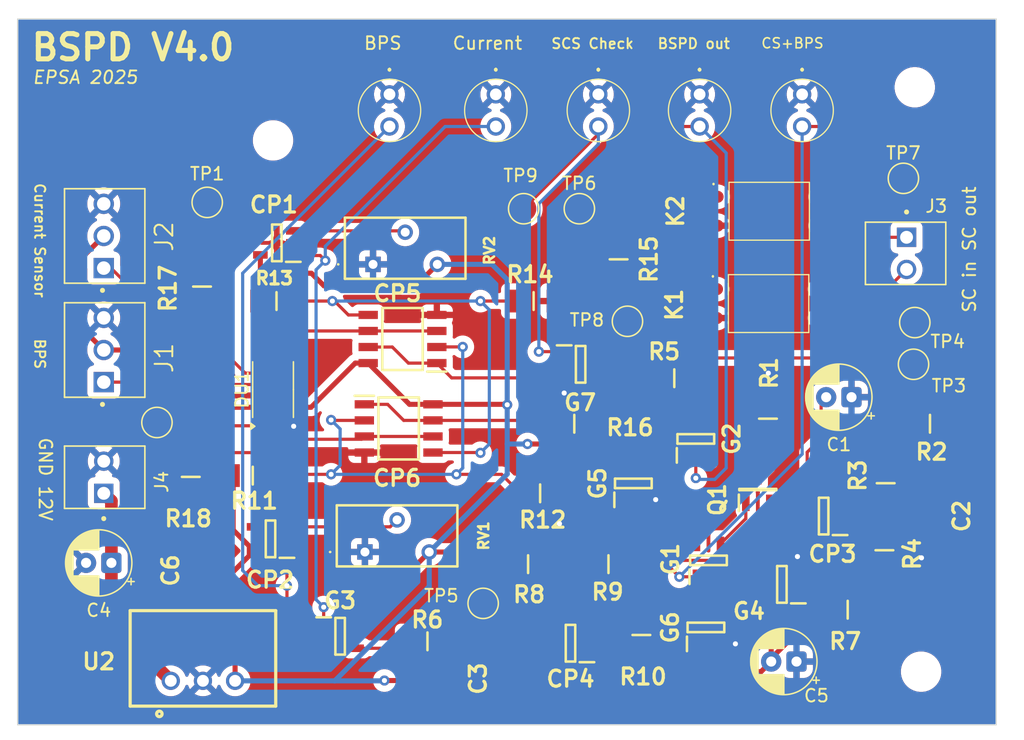
<source format=kicad_pcb>
(kicad_pcb (version 20241229) (generator "pcbnew") (generator_version "9.0")
  (layers (0 "F.Cu" signal) (2 "B.Cu" signal) (13 "F.Paste" user) (15 "B.Paste" user) (5 "F.SilkS" user "F.Silkscreen") (7 "B.SilkS" user "B.Silkscreen") (1 "F.Mask" user) (3 "B.Mask" user) (25 "Edge.Cuts" user))
  (net 0 "")
  (net 1 "Net-(CP3-IN+)")
  (net 2 "GND")
  (net 3 "4.25V")
  (net 4 "Net-(CP4-IN+)")
  (net 5 "+12V")
  (net 6 "+5V")
  (net 7 "Net-(Q1-Pad3)")
  (net 8 "Net-(K2-+_CONTROL)")
  (net 9 "Current Sensor")
  (net 10 "Net-(K1-+_CONTROL)")
  (net 11 "BPS signal")
  (net 12 "SCS relay")
  (net 13 "SC out")
  (net 14 "SC in")
  (net 15 "Net-(G4-Pad4)")
  (net 16 "SCS Check")
  (net 17 "Net-(G3-Pad4)")
  (net 18 "Raw BPS Signal")
  (net 19 "Raw Current Sensor")
  (net 20 "Net-(G1-Pad4)")
  (net 21 "Intput w{slash} 50msdelay")
  (net 22 "Net-(G2-Pad4)")
  (net 23 "BSPD out")
  (net 24 "0.75V")
  (net 25 "Net-(CP4-IN-)")
  (net 26 "Net-(G7-Pad4)")
  (net 27 "Net-(CP4-OUT)")
  (net 28 "Net-(CP3-OUT)")
  (net 29 "Net-(CP2-IN-)")
  (net 30 "Net-(CP2-OUT)")
  (net 31 "Net-(CP1-IN-)")
  (net 32 "Net-(CP1-OUT)")
  (net 33 "Net-(CP3-IN-)")
  (footprint "EPSA_lib:RESC3216X70N" (layer "F.Cu") (at 213.771092 79.2 -90)
    (property "Reference" "R10")
    (property "Value" "47k" (hide yes))
  )
  (footprint "EPSA_lib:CAPC2012X130N" (layer "F.Cu") (at 236.871092 69.7 90)
    (property "Reference" "C2")
    (property "Value" "10n" (hide yes))
  )
  (footprint "TestPoint:TestPoint_Pad_D2.0mm" (layer "F.Cu") (at 175.5 62.4 90)
    (property "Reference" "TP2" (hide yes))
    (property "Value" "type=\"R\" model=\"TestPoint\" lib=\"\"" (hide yes))
  )
  (footprint "EPSA_lib:MOLEX_22-11-2022" (layer "F.Cu") (at 234.721092 47.76 -90)
    (property "Reference" "J3")
    (property "Value" "2P Droit 2-11-2022" (hide yes))
  )
  (footprint "EPSA_lib:RESC3216X70N" (layer "F.Cu") (at 184.945092 52.8)
    (property "Reference" "R13")
    (property "Value" "12K" (hide yes))
  )
  (footprint "EPSA_lib:RESC3216X70N" (layer "F.Cu") (at 196.871092 79.7)
    (property "Reference" "R6")
    (property "Value" "1M" (hide yes))
  )
  (footprint "EPSA_lib:TSR-0.5-2433" (layer "F.Cu") (at 173.382592 84.824)
    (property "Reference" "U2")
    (property "Value" "Alim LP TSR_0.5-2450" (hide yes))
  )
  (footprint "TestPoint:TestPoint_Pad_D2.0mm" (layer "F.Cu") (at 204.471092 45.5)
    (property "Reference" "TP9")
    (property "Value" "type=\"R\" model=\"TestPoint\" lib=\"\"" (hide yes))
  )
  (footprint "EPSA_lib:RESC3216X70N" (layer "F.Cu") (at 236.571092 62.5)
    (property "Reference" "R2")
    (property "Value" "1M" (hide yes))
  )
  (footprint "EPSA_lib:SOIC127P600X175-8N" (layer "F.Cu") (at 194.9 55.8 180)
    (property "Reference" "CP5")
    (property "Value" "Comparateur Double LM393LVDR" (hide yes))
  )
  (footprint "EPSA_lib:SOT95P280X145-5N" (layer "F.Cu") (at 219.071092 73.3 90)
    (property "Reference" "G1")
    (property "Value" "Gate NAND SN74AHCT1G00DBVR" (hide yes))
  )
  (footprint "EPSA_lib:RESC3216X70N" (layer "F.Cu") (at 232.971092 72.5 90)
    (property "Reference" "R4")
    (property "Value" "56k" (hide yes))
  )
  (footprint "EPSA_lib:CAPC2012X130N" (layer "F.Cu") (at 203.271092 79.95 -90)
    (property "Reference" "C3")
    (property "Value" "1u" (hide yes))
  )
  (footprint "TestPoint:TestPoint_Pad_D2.0mm" (layer "F.Cu") (at 235.271092 57.8 180)
    (property "Reference" "TP3")
    (property "Value" "type=\"R\" model=\"TestPoint\" lib=\"\"" (hide yes))
  )
  (footprint "EPSA_lib:RESC3216X70N" (layer "F.Cu") (at 179.061092 51.655 90)
    (property "Reference" "R17")
    (property "Value" "470k" (hide yes))
  )
  (footprint "EPSA_lib:RESC3216X70N" (layer "F.Cu") (at 211.971092 49.5 90)
    (property "Reference" "R15")
    (property "Value" "470" (hide yes))
  )
  (footprint "EPSA_lib:RESC3216X70N" (layer "F.Cu") (at 183.071092 66.6)
    (property "Reference" "R11")
    (property "Value" "82K" (hide yes))
  )
  (footprint "TestPoint:TestPoint_Pad_D2.0mm" (layer "F.Cu") (at 212.671092 54.4)
    (property "Reference" "TP8")
    (property "Value" "type=\"R\" model=\"TestPoint\" lib=\"\"" (hide yes))
  )
  (footprint "EPSA_lib:SOT95P237X112-3N" (layer "F.Cu") (at 222.971092 67.7 90)
    (property "Reference" "Q1")
    (property "Value" "PMOS SI2343CDS-T1-GE3" (hide yes))
  )
  (footprint "EPSA_lib:CAPC2012X130N" (layer "F.Cu") (at 178.571092 74.1 -90)
    (property "Reference" "C6")
    (property "Value" "0.1u" (hide yes))
  )
  (footprint "TestPoint:TestPoint_Pad_D2.0mm" (layer "F.Cu") (at 179.471092 45)
    (property "Reference" "TP1")
    (property "Value" "type=\"R\" model=\"TestPoint\" lib=\"\"" (hide yes))
  )
  (footprint "EPSA_lib:SOT95P280X145-5N" (layer "F.Cu") (at 228.171092 69.8 180)
    (property "Reference" "CP3")
    (property "Value" "Comparateur TS391ILT" (hide yes))
  )
  (footprint "EPSA_lib:SOIC127P600X175-8N" (layer "F.Cu") (at 194.595092 62.87)
    (property "Reference" "CP6")
    (property "Value" "Comparateur Double LM393LVDR" (hide yes))
  )
  (footprint "TestPoint:TestPoint_Pad_D2.0mm" (layer "F.Cu") (at 201.271092 76.7)
    (property "Reference" "TP5")
    (property "Value" "type=\"R\" model=\"TestPoint\" lib=\"\"" (hide yes))
  )
  (footprint "EPSA_lib:4302H55V" (layer "F.Cu") (at 226.471092 36.46 -90)
    (property "Reference" "LED1" (hide yes))
    (property "Value" "LED 5mm" (hide yes))
  )
  (footprint "Capacitor_THT:CP_Radial_D5.0mm_P2.00mm" (layer "F.Cu") (at 230.371092 60.4 180)
    (property "Reference" "C1")
    (property "Value" "10u" (hide yes))
  )
  (footprint "EPSA_lib:3296Y1223LF" (layer "F.Cu") (at 191.931092 72.64 -90)
    (property "Reference" "RV1")
    (property "Value" "Varystor 3296Y-1-223LF" (hide yes))
  )
  (footprint "EPSA_lib:RESC3216X70N" (layer "F.Cu") (at 216.371092 58.9 180)
    (property "Reference" "R5")
    (property "Value" "470" (hide yes))
  )
  (footprint "EPSA_lib:SOT95P280X145-5N" (layer "F.Cu") (at 208.971092 57.8)
    (property "Reference" "G7")
    (property "Value" "Gate NAND SN74AHCT1G00DBVR" (hide yes))
  )
  (footprint "EPSA_lib:RESC3216X70N" (layer "F.Cu") (at 204.821092 73.6 180)
    (property "Reference" "R8")
    (property "Value" "10k" (hide yes))
  )
  (footprint "MountingHole:MountingHole_2.7mm_M2.5" (layer "F.Cu") (at 235.871092 82.1)
    (property "Reference" "H2" (hide yes))
    (property "Value" "MountingHole" (hide yes))
  )
  (footprint "EPSA_lib:RESC3216X70N" (layer "F.Cu") (at 208.471092 62.5 180)
    (property "Reference" "R16")
    (property "Value" "47k" (hide yes))
  )
  (footprint "EPSA_lib:SOT95P280X145-5N" (layer "F.Cu") (at 189.971092 79.3)
    (property "Reference" "G3")
    (property "Value" "Gate AND SN74AHCT1G08DBVR" (hide yes))
  )
  (footprint "EPSA_lib:SOT95P280X145-5N" (layer "F.Cu") (at 208.171092 79.85 180)
    (property "Reference" "CP4")
    (property "Value" "Comparateur TS391ILT" (hide yes))
  )
  (footprint "EPSA_lib:SOT95P280X145-5N" (layer "F.Cu") (at 218.071092 63.7 90)
    (property "Reference" "G2")
    (property "Value" "Gate NAND SN74AHCT1G00DBVR" (hide yes))
  )
  (footprint "EPSA_lib:RESC3216X70N" (layer "F.Cu") (at 223.771092 62.1 -90)
    (property "Reference" "R1")
    (property "Value" "200" (hide yes))
  )
  (footprint "EPSA_lib:CPC1394GR" (layer "F.Cu") (at 223.871092 45.7 -90)
    (property "Reference" "K2")
    (property "Value" "SSR CPC1394GR" (hide yes))
  )
  (footprint "EPSA_lib:4302H55V" (layer "F.Cu") (at 202.271092 36.46 -90)
    (property "Reference" "LED5" (hide yes))
    (property "Value" "LED 5mm" (hide yes))
  )
  (footprint "EPSA_lib:SOT95P280X145-5N" (layer "F.Cu") (at 184.471092 71.6 180)
    (property "Reference" "CP2")
    (property "Value" "Comparateur TS391ILT" (hide yes))
  )
  (footprint "EPSA_lib:MOLEX_22-11-2032" (layer "F.Cu") (at 171.296092 59.21 90)
    (property "Reference" "J1")
    (property "Value" "3P Droit 22-11-2032" (hide yes))
  )
  (footprint "EPSA_lib:CPC1394GR" (layer "F.Cu") (at 223.821092 53 -90)
    (property "Reference" "K1")
    (property "Value" "SSR CPC1394GR" (hide yes))
  )
  (footprint "EPSA_lib:RESC3216X70N" (layer "F.Cu") (at 230.071092 77.2 180)
    (property "Reference" "R7")
    (property "Value" "10k" (hide yes))
  )
  (footprint "TestPoint:TestPoint_Pad_D2.0mm" (layer "F.Cu") (at 235.371092 54.5)
    (property "Reference" "TP4")
    (property "Value" "type=\"R\" model=\"TestPoint\" lib=\"\"" (hide yes))
  )
  (footprint "EPSA_lib:4302H55V" (layer "F.Cu") (at 193.871092 36.46 -90)
    (property "Reference" "LED3" (hide yes))
    (property "Value" "LED 5mm" (hide yes))
  )
  (footprint "EPSA_lib:MOLEX_22-11-2032" (layer "F.Cu") (at 171.296092 50.195 90)
    (property "Reference" "J2")
    (property "Value" "3P Droit 22-11-2032" (hide yes))
  )
  (footprint "EPSA_lib:RESC3216X70N" (layer "F.Cu") (at 211.171092 73.6 180)
    (property "Reference" "R9")
    (property "Value" "47k" (hide yes))
  )
  (footprint "EPSA_lib:SOT95P280X145-5N" (layer "F.Cu") (at 224.871092 75.2 180)
    (property "Reference" "G4")
    (property "Value" "Gate NAND SN74AHCT1G00DBVR" (hide yes))
  )
  (footprint "EPSA_lib:RESC3216X70N" (layer "F.Cu") (at 205.258092 52.8)
    (property "Reference" "R14")
    (property "Value" "82K" (hide yes))
  )
  (footprint "Capacitor_THT:CP_Radial_D5.0mm_P2.00mm" (layer "F.Cu") (at 171.9 73.5 180)
    (property "Reference" "C4")
    (property "Value" "10u" (hide yes))
  )
  (footprint "Package_SO:TSSOP-8_4.4x3mm_P0.65mm" (layer "F.Cu") (at 184.671092 59.8 90)
    (property "Reference" "DU1")
    (property "Value" "Opamp_Dual")
  )
  (footprint "TestPoint:TestPoint_Pad_D2.0mm" (layer "F.Cu") (at 234.471092 43.1)
    (property "Reference" "TP7")
    (property "Value" "type=\"R\" model=\"TestPoint\" lib=\"\"" (hide yes))
  )
  (footprint "EPSA_lib:4302H55V" (layer "F.Cu") (at 218.371092 36.46 -90)
    (property "Reference" "LED2" (hide yes))
    (property "Value" "LED 5mm" (hide yes))
  )
  (footprint "EPSA_lib:RESC3216X70N" (layer "F.Cu") (at 178.171092 66.7 -90)
    (property "Reference" "R18")
    (property "Value" "470k" (hide yes))
  )
  (footprint "TestPoint:TestPoint_Pad_D2.0mm" (layer "F.Cu") (at 208.871092 45.5)
    (property "Reference" "TP6")
    (property "Value" "type=\"R\" model=\"TestPoint\" lib=\"\"" (hide yes))
  )
  (footprint "MountingHole:MountingHole_2.7mm_M2.5" (layer "F.Cu") (at 184.671092 40.1)
    (property "Reference" "H3" (hide yes))
    (property "Value" "MountingHole" (hide yes))
  )
  (footprint "Capacitor_THT:CP_Radial_D5.0mm_P2.00mm" (layer "F.Cu") (at 226.026205 81.3 180)
    (property "Reference" "C5")
    (property "Value" "10u" (hide yes))
  )
  (footprint "EPSA_lib:SOT95P280X145-5N" (layer "F.Cu") (at 213.13593 67.21407 90)
    (property "Reference" "G5")
    (property "Value" "Gate OR SN74AHCT1G32DBVR" (hide yes))
  )
  (footprint "EPSA_lib:RESC3216X70N" (layer "F.Cu") (at 205.771092 68)
    (property "Reference" "R12")
    (property "Value" "12K" (hide yes))
  )
  (footprint "EPSA_lib:3296Y1223LF" (layer "F.Cu") (at 192.571092 49.9 -90)
    (property "Reference" "RV2")
    (property "Value" "Varystor 3296Y-1-223LF" (hide yes))
  )
  (footprint "MountingHole:MountingHole_2.7mm_M2.5" (layer "F.Cu") (at 235.371092 35.9)
    (property "Reference" "H1" (hide yes))
    (property "Value" "MountingHole" (hide yes))
  )
  (footprint "EPSA_lib:RESC3216X70N" (layer "F.Cu") (at 233.071092 67.2 90)
    (property "Reference" "R3")
    (property "Value" "10k" (hide yes))
  )
  (footprint "EPSA_lib:SOT95P280X145-5N" (layer "F.Cu") (at 218.871092 78.6 90)
    (property "Reference" "G6")
    (property "Value" "Gate AND SN74AHCT1G08DBVR" (hide yes))
  )
  (footprint "EPSA_lib:4302H55V" (layer "F.Cu") (at 210.371092 36.46 -90)
    (property "Reference" "LED4" (hide yes))
    (property "Value" "LED 5mm" (hide yes))
  )
  (footprint "EPSA_lib:SOT95P280X145-5N" (layer "F.Cu") (at 184.971092 48.2 180)
    (property "Reference" "CP1")
    (property "Value" "Comparateur TS391ILT" (hide yes))
  )
  (footprint "EPSA_lib:MOLEX_22-11-2022" (layer "F.Cu") (at 171.296092 68 90)
    (property "Reference" "J4")
    (property "Value" "2P Droit 2-11-2022" (hide yes))
  )
  (gr_rect (start 164.5 30.5) (end 241.8 86.3) (stroke (width 0.1)) (fill no) (layer "Edge.Cuts"))
  (gr_text "Current Sensor" (at 165.771092 43.4 270) (layer "F.SilkS") (effects (font (size 0.8 0.8)) (justify left bottom)))
  (gr_text "BSPD V4.0\n" (at 165.39 33.92 0) (layer "F.SilkS") (effects (font (size 2 2) (thickness 0.4) (bold yes)) (justify left bottom)))
  (gr_text "SC in SC out\n" (at 240.271092 53.8 90) (layer "F.SilkS") (effects (font (size 1 1)) (justify left bottom)))
  (gr_text "EPSA 2025" (at 165.6 35.7 0) (layer "F.SilkS") (effects (font (size 1 1) (thickness 0.15) (italic yes)) (justify left bottom)))
  (gr_text "BSPD out" (at 214.971092 32.917 0) (layer "F.SilkS") (effects (font (size 0.8 0.8)) (justify left bottom)))
  (gr_text "BPS" (at 165.771092 55.7 270) (layer "F.SilkS") (effects (font (size 0.8 0.8)) (justify left bottom)))
  (gr_text "BPS\n" (at 191.771092 33 0) (layer "F.SilkS") (effects (font (size 1 1)) (justify left bottom)))
  (gr_text "Current\n" (at 198.771092 33 0) (layer "F.SilkS") (effects (font (size 1 1)) (justify left bottom)))
  (gr_text "GND 12V\n" (at 166.1 63.5 270) (layer "F.SilkS") (effects (font (size 1 1)) (justify left bottom)))
  (gr_text "SCS Check" (at 206.571092 32.917 0) (layer "F.SilkS") (effects (font (size 0.8 0.8)) (justify left bottom)))
  (gr_text "CS+BPS" (at 223.171092 32.885875 0) (layer "F.SilkS") (effects (font (size 0.8 0.8) (thickness 0.125)) (justify left bottom)))
  (segment (start 228.071092 60.4) (end 228.371092 60.4) (width 0.25) (layer "F.Cu") (net 1))
  (segment (start 224.021092 68.85) (end 223.921092 68.75) (width 0.25) (layer "F.Cu") (net 1))
  (segment (start 226.871092 68.85) (end 226.871092 64.75) (width 0.25) (layer "F.Cu") (net 1))
  (segment (start 235.271092 57.8) (end 235.021092 58.05) (width 0.25) (layer "F.Cu") (net 1))
  (segment (start 226.871092 64.75) (end 227.971092 63.65) (width 0.25) (layer "F.Cu") (net 1))
  (segment (start 227.971092 60.5) (end 228.071092 60.4) (width 0.25) (layer "F.Cu") (net 1))
  (segment (start 227.971092 62.5) (end 227.971092 60.5) (width 0.25) (layer "F.Cu") (net 1))
  (segment (start 235.021092 58.05) (end 235.021092 62.5) (width 0.25) (layer "F.Cu") (net 1))
  (segment (start 235.021092 62.5) (end 227.971092 62.5) (width 0.25) (layer "F.Cu") (net 1))
  (segment (start 226.871092 68.85) (end 224.021092 68.85) (width 0.25) (layer "F.Cu") (net 1))
  (segment (start 227.971092 63.65) (end 227.971092 62.5) (width 0.25) (layer "F.Cu") (net 1))
  (segment (start 207.321092 68) (end 207.321092 70.378908) (width 0.25) (layer "F.Cu") (net 2))
  (segment (start 223.771092 58.528908) (end 223.8 58.5) (width 0.25) (layer "F.Cu") (net 2))
  (segment (start 207.7 60.1) (end 207.671092 60.071092) (width 0.25) (layer "F.Cu") (net 2))
  (segment (start 226.171092 73.071092) (end 226.1 73) (width 0.25) (layer "F.Cu") (net 2))
  (segment (start 233.341092 74.05) (end 235.095546 72.295546) (width 0.25) (layer "F.Cu") (net 2))
  (segment (start 185.646092 62.6625) (end 186.2625 62.6625) (width 0.25) (layer "F.Cu") (net 2))
  (segment (start 186.2625 62.6625) (end 186.3 62.7) (width 0.25) (layer "F.Cu") (net 2))
  (segment (start 207.671092 58.75) (end 207.671092 60.071092) (width 0.25) (layer "F.Cu") (net 2))
  (segment (start 214.08593 68.51407) (end 214.88593 68.51407) (width 0.25) (layer "F.Cu") (net 2))
  (segment (start 219.021092 65) (end 219.321092 65) (width 0.25) (layer "F.Cu") (net 2))
  (segment (start 214.88593 68.51407) (end 214.9 68.5) (width 0.25) (layer "F.Cu") (net 2))
  (segment (start 223.771092 60.55) (end 223.771092 58.528908) (width 0.25) (layer "F.Cu") (net 2))
  (segment (start 232.971092 74.05) (end 233.341092 74.05) (width 0.25) (layer "F.Cu") (net 2))
  (segment (start 226.171092 74.25) (end 226.171092 73.071092) (width 0.25) (layer "F.Cu") (net 2))
  (segment (start 235.095546 72.295546) (end 236.871092 70.52) (width 0.25) (layer "F.Cu") (net 2))
  (segment (start 207.321092 70.378908) (end 207.3 70.4) (width 0.25) (layer "F.Cu") (net 2))
  (segment (start 235.095546 72.295546) (end 235.9 73.1) (width 0.25) (layer "F.Cu") (net 2))
  (segment (start 219.821092 79.9) (end 221.2 79.9) (width 0.25) (layer "F.Cu") (net 2))
  (via (at 221.2 79.9) (size 0.8) (drill 0.4) (layers "F.Cu" "B.Cu") (net 2))
  (via (at 235.9 73.1) (size 0.8) (drill 0.4) (layers "F.Cu" "B.Cu") (net 2))
  (via (at 186.3 62.7) (size 0.8) (drill 0.4) (layers "F.Cu" "B.Cu") (net 2))
  (via (at 214.9 68.5) (size 0.8) (drill 0.4) (layers "F.Cu" "B.Cu") (net 2))
  (via (at 207.671092 60.071092) (size 0.8) (drill 0.4) (layers "F.Cu" "B.Cu") (net 2))
  (via (at 226.1 73) (size 0.8) (drill 0.4) (layers "F.Cu" "B.Cu") (net 2))
  (via (at 207.3 70.4) (size 0.8) (drill 0.4) (layers "F.Cu" "B.Cu") (net 2))
  (via (at 223.8 58.5) (size 0.8) (drill 0.4) (layers "F.Cu" "B.Cu") (net 2))
  (segment (start 197.306092 64.775) (end 201.033092 64.775) (width 0.25) (layer "F.Cu") (net 3))
  (segment (start 201.058092 52.8) (end 203.708092 52.8) (width 0.25) (layer "F.Cu") (net 3))
  (segment (start 190.624093 53.9) (end 189.524093 52.8) (width 0.25) (layer "F.Cu") (net 3))
  (segment (start 192.189 53.895) (end 192.184 53.9) (width 0.25) (layer "F.Cu") (net 3))
  (segment (start 201.033092 64.775) (end 201.058092 64.8) (width 0.25) (layer "F.Cu") (net 3))
  (segment (start 189.524093 52.8) (end 189.358092 52.8) (width 0.25) (layer "F.Cu") (net 3))
  (segment (start 192.184 53.9) (end 190.624093 53.9) (width 0.25) (layer "F.Cu") (net 3))
  (segment (start 186.495092 52.8) (end 189.358092 52.8) (width 0.25) (layer "F.Cu") (net 3))
  (via (at 201.058092 64.8) (size 0.8) (drill 0.4) (layers "F.Cu" "B.Cu") (net 3))
  (via (at 189.358092 52.8) (size 0.8) (drill 0.4) (layers "F.Cu" "B.Cu") (net 3))
  (via (at 201.058092 52.8) (size 0.8) (drill 0.4) (layers "F.Cu" "B.Cu") (net 3))
  (segment (start 201.758092 64.1) (end 201.058092 64.8) (width 0.25) (layer "B.Cu") (net 3))
  (segment (start 201.058092 52.8) (end 201.758092 53.5) (width 0.25) (layer "B.Cu") (net 3))
  (segment (start 189.358092 52.8) (end 201.058092 52.8) (width 0.25) (layer "B.Cu") (net 3))
  (segment (start 201.758092 53.5) (end 201.758092 64.1) (width 0.25) (layer "B.Cu") (net 3))
  (segment (start 203.271092 79.13) (end 206.641092 79.13) (width 0.25) (layer "F.Cu") (net 4))
  (segment (start 206.641092 79.13) (end 206.871092 78.9) (width 0.25) (layer "F.Cu") (net 4))
  (segment (start 203.271092 78.7) (end 203.271092 79.13) (width 0.25) (layer "F.Cu") (net 4))
  (segment (start 198.421092 79.7) (end 202.701092 79.7) (width 0.25) (layer "F.Cu") (net 4))
  (segment (start 201.271092 76.7) (end 203.271092 78.7) (width 0.25) (layer "F.Cu") (net 4))
  (segment (start 202.701092 79.7) (end 203.271092 79.13) (width 0.25) (layer "F.Cu") (net 4))
  (segment (start 171.9 78.131408) (end 176.592592 82.824) (width 1) (layer "F.Cu") (net 5))
  (segment (start 171.9 73.5) (end 171.9 68.603908) (width 1) (layer "F.Cu") (net 5))
  (segment (start 171.9 73.5) (end 171.9 78.131408) (width 1) (layer "F.Cu") (net 5))
  (segment (start 171.9 68.603908) (end 171.296092 68) (width 1) (layer "F.Cu") (net 5))
  (segment (start 231.621092 78.978908) (end 230.9 79.7) (width 0.4) (layer "F.Cu") (net 6))
  (segment (start 187.671092 61.2) (end 180.271092 61.2) (width 0.4) (layer "F.Cu") (net 6))
  (segment (start 233.071092 65.65) (end 235.563092 65.65) (width 0.4) (layer "F.Cu") (net 6))
  (segment (start 216.671092 67.2) (end 213.47186 67.2) (width 0.4) (layer "F.Cu") (net 6))
  (segment (start 217.921092 78.15) (end 217.921092 77.3) (width 0.4) (layer "F.Cu") (net 6))
  (segment (start 230.9 79.7) (end 225.374205 79.7) (width 0.4) (layer "F.Cu") (net 6))
  (segment (start 207.8 80.8) (end 209.099999 82.099999) (width 0.4) (layer "F.Cu") (net 6))
  (segment (start 217.121092 62.4) (end 214.871092 62.4) (width 0.4) (layer "F.Cu") (net 6))
  (segment (start 180.801092 74.92) (end 183.171092 72.55) (width 0.4) (layer "F.Cu") (net 6))
  (segment (start 181.521092 66.6) (end 181.521092 70.9) (width 0.4) (layer "F.Cu") (net 6))
  (segment (start 209.099999 82.099999) (end 223.226206 82.099999) (width 0.4) (layer "F.Cu") (net 6))
  (segment (start 203.136092 60.965) (end 203.171092 61) (width 0.25) (layer "F.Cu") (net 6))
  (segment (start 229.721092 65.65) (end 233.071092 65.65) (width 0.4) (layer "F.Cu") (net 6))
  (segment (start 175.741092 56.67) (end 171.296092 56.67) (width 0.4) (layer "F.Cu") (net 6))
  (segment (start 224.026205 81.3) (end 224.026205 76.605113) (width 0.4) (layer "F.Cu") (net 6))
  (segment (start 168.971092 49.98) (end 171.296092 47.655) (width 0.4) (layer "F.Cu") (net 6))
  (segment (start 231.621092 77.2) (end 231.621092 78.978908) (width 0.4) (layer "F.Cu") (net 6))
  (segment (start 214.871092 62.4) (end 214.771092 62.4) (width 0.25) (layer "F.Cu") (net 6))
  (segment (start 236.75 65.65) (end 238.8 67.7) (width 0.4) (layer "F.Cu") (net 6))
  (segment (start 178.571092 74.92) (end 180.801092 74.92) (width 0.4) (layer "F.Cu") (net 6))
  (segment (start 195.951092 51.6) (end 188.7 51.6) (width 0.4) (layer "F.Cu") (net 6))
  (segment (start 183.696092 53.101) (end 183.395092 52.8) (width 0.25) (layer "F.Cu") (net 6))
  (segment (start 202.311092 72.64) (end 203.271092 73.6) (width 0.4) (layer "F.Cu") (net 6))
  (segment (start 226.871092 70.75) (end 228.171092 69.45) (width 0.4) (layer "F.Cu") (net 6))
  (segment (start 191.301092 78.35) (end 197.011092 72.64) (width 0.4) (layer "F.Cu") (net 6))
  (segment (start 183.671092 52.524) (end 183.395092 52.8) (width 0.25) (layer "F.Cu") (net 6))
  (segment (start 181.521092 70.9) (end 183.171092 72.55) (width 0.4) (layer "F.Cu") (net 6))
  (segment (start 224.026205 76.605113) (end 223.571092 76.15) (width 0.4) (layer "F.Cu") (net 6))
  (segment (start 208.421092 64.1) (end 210.021092 62.5) (width 0.4) (layer "F.Cu") (net 6))
  (segment (start 204.871092 82.8) (end 206.871092 80.8) (width 0.4) (layer "F.Cu") (net 6))
  (segment (start 238.8 73.221092) (end 234.821092 77.2) (width 0.4) (layer "F.Cu") (net 6))
  (segment (start 234.821092 77.2) (end 231.621092 77.2) (width 0.4) (layer "F.Cu") (net 6))
  (segment (start 191.271092 78.35) (end 191.301092 78.35) (width 0.25) (layer "F.Cu") (net 6))
  (segment (start 212.18593 64.985162) (end 212.18593 65.91407) (width 0.4) (layer "F.Cu") (net 6))
  (segment (start 180.271092 61.2) (end 175.741092 56.67) (width 0.4) (layer "F.Cu") (net 6))
  (segment (start 212.971092 57.8) (end 212.971092 60.5) (width 0.4) (layer "F.Cu") (net 6))
  (segment (start 238.8 67.7) (end 238.8 73.221092) (width 0.4) (layer "F.Cu") (net 6))
  (segment (start 206.871092 80.8) (end 207.8 80.8) (width 0.4) (layer "F.Cu") (net 6))
  (segment (start 210.021092 62.820324) (end 212.18593 64.985162) (width 0.4) (layer "F.Cu") (net 6))
  (segment (start 197.651092 49.9) (end 195.951092 51.6) (width 0.4) (layer "F.Cu") (net 6))
  (segment (start 204.771092 64.1) (end 208.421092 64.1) (width 0.4) (layer "F.Cu") (net 6))
  (segment (start 213.47186 67.2) (end 212.18593 65.91407) (width 0.4) (layer "F.Cu") (net 6))
  (segment (start 197.011092 72.64) (end 202.311092 72.64) (width 0.4) (layer "F.Cu") (net 6))
  (segment (start 214.121092 77.3) (end 213.771092 77.65) (width 0.4) (layer "F.Cu") (net 6))
  (segment (start 228.171092 69.45) (end 228.171092 67.2) (width 0.4) (layer "F.Cu") (net 6))
  (segment (start 238.121092 62.5) (end 238.121092 63.092) (width 0.25) (layer "F.Cu") (net 6))
  (segment (start 188.7 51.6) (end 187.7 50.6) (width 0.4) (layer "F.Cu") (net 6))
  (segment (start 218.471092 78.7) (end 217.921092 78.15) (width 0.4) (layer "F.Cu") (net 6))
  (segment (start 224.026205 81.048) (end 224.026205 81.3) (width 0.4) (layer "F.Cu") (net 6))
  (segment (start 218.121092 68.65) (end 216.671092 67.2) (width 0.4) (layer "F.Cu") (net 6))
  (segment (start 193.471092 82.8) (end 204.871092 82.8) (width 0.4) (layer "F.Cu") (net 6))
  (segment (start 192.189 57.705) (end 191.166092 57.705) (width 0.4) (layer "F.Cu") (net 6))
  (segment (start 225.374205 79.7) (end 224.026205 81.048) (width 0.4) (layer "F.Cu") (net 6))
  (segment (start 187.7 50.6) (end 183.671092 50.6) (width 0.4) (layer "F.Cu") (net 6))
  (segment (start 192.189 57.705) (end 195.449 60.965) (width 0.4) (layer "F.Cu") (net 6))
  (segment (start 210.271092 56.85) (end 212.021092 56.85) (width 0.4) (layer "F.Cu") (net 6))
  (segment (start 183.696092 56.9375) (end 183.696092 53.101) (width 0.4) (layer "F.Cu") (net 6))
  (segment (start 214.771092 62.4) (end 212.18593 64.985162) (width 0.4) (layer "F.Cu") (net 6))
  (segment (start 223.226206 82.099999) (end 224.026205 81.3) (width 0.4) (layer "F.Cu") (net 6))
  (segment (start 210.021092 62.5) (end 210.021092 62.820324) (width 0.4) (layer "F.Cu") (net 6))
  (segment (start 235.563092 65.65) (end 236.75 65.65) (width 0.4) (layer "F.Cu") (net 6))
  (segment (start 238.121092 63.092) (end 235.563092 65.65) (width 0.4) (layer "F.Cu") (net 6))
  (segment (start 212.021092 56.85) (end 212.971092 57.8) (width 0.4) (layer "F.Cu") (net 6))
  (segment (start 217.921092 77.3) (end 214.121092 77.3) (width 0.4) (layer "F.Cu") (net 6))
  (segment (start 171.296092 56.67) (end 168.971092 54.345) (width 0.4) (layer "F.Cu") (net 6))
  (segment (start 212.971092 60.5) (end 214.871092 62.4) (width 0.4) (layer "F.Cu") (net 6))
  (segment (start 218.121092 72) (end 218.121092 68.65) (width 0.4) (layer "F.Cu") (net 6))
  (segment (start 181.672592 82.824) (end 181.672592 78.0215) (width 0.4) (layer "F.Cu") (net 6))
  (segment (start 197.306092 60.965) (end 203.136092 60.965) (width 0.4) (layer "F.Cu") (net 6))
  (segment (start 168.971092 54.345) (end 168.971092 49.98) (width 0.4) (layer "F.Cu") (net 6))
  (segment (start 195.449 60.965) (end 197.306092 60.965) (width 0.4) (layer "F.Cu") (net 6))
  (segment (start 228.171092 67.2) (end 229.721092 65.65) (width 0.4) (layer "F.Cu") (net 6))
  (segment (start 183.671092 49.15) (end 183.671092 52.524) (width 0.4) (layer "F.Cu") (net 6))
  (segment (start 191.166092 57.705) (end 187.671092 61.2) (width 0.4) (layer "F.Cu") (net 6))
  (segment (start 223.571092 76.15) (end 221.021092 78.7) (width 0.4) (layer "F.Cu") (net 6))
  (segment (start 221.021092 78.7) (end 218.471092 78.7) (width 0.4) (layer "F.Cu") (net 6))
  (segment (start 181.672592 78.0215) (end 178.571092 74.92) (width 0.4) (layer "F.Cu") (net 6))
  (via (at 204.771092 64.1) (size 0.8) (drill 0.4) (layers "F.Cu" "B.Cu") (net 6))
  (via (at 193.471092 82.8) (size 0.8) (drill 0.4) (layers "F.Cu" "B.Cu") (net 6))
  (via (at 203.171092 61) (size 0.8) (drill 0.4) (layers "F.Cu" "B.Cu") (net 6))
  (segment (start 203.171092 64.1) (end 204.771092 64.1) (width 0.4) (layer "B.Cu") (net 6))
  (segment (start 189.547092 82.824) (end 193.447092 82.824) (width 0.4) (layer "B.Cu") (net 6))
  (segment (start 201.971092 49.9) (end 203.171092 51.1) (width 0.4) (layer "B.Cu") (net 6))
  (segment (start 193.447092 82.824) (end 193.471092 82.8) (width 0.25) (layer "B.Cu") (net 6))
  (segment (start 197.011092 75.36) (end 197.011092 72.64) (width 0.4) (layer "B.Cu") (net 6))
  (segment (start 203.171092 64.1) (end 203.171092 66.48) (width 0.4) (layer "B.Cu") (net 6))
  (segment (start 203.171092 66.48) (end 197.011092 72.64) (width 0.4) (layer "B.Cu") (net 6))
  (segment (start 203.171092 61) (end 203.171092 64.1) (width 0.4) (layer "B.Cu") (net 6))
  (segment (start 197.651092 49.9) (end 201.971092 49.9) (width 0.4) (layer "B.Cu") (net 6))
  (segment (start 189.547092 82.824) (end 197.011092 75.36) (width 0.4) (layer "B.Cu") (net 6))
  (segment (start 203.171092 51.1) (end 203.171092 61) (width 0.4) (layer "B.Cu") (net 6))
  (segment (start 181.672592 82.824) (end 189.547092 82.824) (width 0.4) (layer "B.Cu") (net 6))
  (segment (start 223.771092 63.65) (end 223.771092 65.85) (width 0.25) (layer "F.Cu") (net 7))
  (segment (start 223.771092 65.85) (end 222.971092 66.65) (width 0.25) (layer "F.Cu") (net 7))
  (segment (start 215.364092 44.557) (end 211.971092 47.95) (width 0.25) (layer "F.Cu") (net 8))
  (segment (start 219.471092 44.557) (end 215.364092 44.557) (width 0.25) (layer "F.Cu") (net 8))
  (segment (start 181.351091 49.570001) (end 183.671092 47.25) (width 0.25) (layer "F.Cu") (net 9))
  (segment (start 192.189 55.165) (end 197.611 55.165) (width 0.25) (layer "F.Cu") (net 9))
  (segment (start 179.471092 45) (end 181.421092 45) (width 0.25) (layer "F.Cu") (net 9))
  (segment (start 192.189 55.208092) (end 192.145908 55.165) (width 0.25) (layer "F.Cu") (net 9))
  (segment (start 186.075866 55.165) (end 184.996092 56.244774) (width 0.25) (layer "F.Cu") (net 9))
  (segment (start 184.996092 56.9375) (end 184.346092 56.9375) (width 0.25) (layer "F.Cu") (net 9))
  (segment (start 181.351091 53.205) (end 179.061092 53.205) (width 0.25) (layer "F.Cu") (net 9))
  (segment (start 181.421092 45) (end 183.671092 47.25) (width 0.25) (layer "F.Cu") (net 9))
  (segment (start 184.346092 57.825) (end 183.671092 58.5) (width 0.25) (layer "F.Cu") (net 9))
  (segment (start 181.351091 53.205) (end 181.351091 49.570001) (width 0.25) (layer "F.Cu") (net 9))
  (segment (start 183.671092 58.5) (end 182.471092 58.5) (width 0.25) (layer "F.Cu") (net 9))
  (segment (start 184.996092 56.244774) (end 184.996092 56.9375) (width 0.25) (layer "F.Cu") (net 9))
  (segment (start 192.189 55.165) (end 192.189 55.208092) (width 0.25) (layer "F.Cu") (net 9))
  (segment (start 184.346092 56.9375) (end 184.346092 57.825) (width 0.25) (layer "F.Cu") (net 9))
  (segment (start 181.351091 57.379999) (end 181.351091 53.205) (width 0.25) (layer "F.Cu") (net 9))
  (segment (start 182.471092 58.5) (end 181.351091 57.379999) (width 0.25) (layer "F.Cu") (net 9))
  (segment (start 192.145908 55.165) (end 186.075866 55.165) (width 0.25) (layer "F.Cu") (net 9))
  (segment (start 214.821092 58.9) (end 214.821092 56.457) (width 0.25) (layer "F.Cu") (net 10))
  (segment (start 214.821092 56.457) (end 219.421092 51.857) (width 0.25) (layer "F.Cu") (net 10))
  (segment (start 182.961091 64.785) (end 183.071092 64.895001) (width 0.25) (layer "F.Cu") (net 11))
  (segment (start 191.884092 63.505) (end 191.663092 63.726) (width 0.25) (layer "F.Cu") (net 11))
  (segment (start 183.071092 70.4) (end 182.821092 70.65) (width 0.25) (layer "F.Cu") (net 11))
  (segment (start 191.884092 63.505) (end 197.306092 63.505) (width 0.25) (layer "F.Cu") (net 11))
  (segment (start 178.536092 64.785) (end 178.171092 65.15) (width 0.25) (layer "F.Cu") (net 11))
  (segment (start 185.322093 63.726) (end 184.996092 63.399999) (width 0.25) (layer "F.Cu") (net 11))
  (segment (start 178.171092 64.9) (end 178.171092 65.15) (width 0.25) (layer "F.Cu") (net 11))
  (segment (start 182.821092 70.65) (end 183.171092 70.65) (width 0.25) (layer "F.Cu") (net 11))
  (segment (start 176.1 62.828908) (end 178.171092 64.9) (width 0.25) (layer "F.Cu") (net 11))
  (segment (start 175.5 62.4) (end 175.928908 62.828908) (width 0.25) (layer "F.Cu") (net 11))
  (segment (start 184.996092 63.399999) (end 184.996092 62.6625) (width 0.25) (layer "F.Cu") (net 11))
  (segment (start 184.346092 62.6625) (end 184.996092 62.6625) (width 0.25) (layer "F.Cu") (net 11))
  (segment (start 183.071092 64.895001) (end 183.071092 70.4) (width 0.25) (layer "F.Cu") (net 11))
  (segment (start 178.536092 64.785) (end 182.961091 64.785) (width 0.25) (layer "F.Cu") (net 11))
  (segment (start 191.663092 63.726) (end 185.322093 63.726) (width 0.25) (layer "F.Cu") (net 11))
  (segment (start 175.928908 62.828908) (end 176.1 62.828908) (width 0.25) (layer "F.Cu") (net 11))
  (segment (start 184.346092 62.6625) (end 184.346092 63.399999) (width 0.25) (layer "F.Cu") (net 11))
  (segment (start 184.346092 63.399999) (end 182.961091 64.785) (width 0.25) (layer "F.Cu") (net 11))
  (segment (start 228.271092 51.807) (end 228.221092 51.857) (width 0.25) (layer "F.Cu") (net 12))
  (segment (start 228.271092 46.843) (end 228.271092 51.807) (width 0.25) (layer "F.Cu") (net 12))
  (segment (start 228.221092 54.143) (end 230.878092 54.143) (width 0.25) (layer "F.Cu") (net 13))
  (segment (start 230.878092 54.143) (end 234.721092 50.3) (width 0.25) (layer "F.Cu") (net 13))
  (segment (start 231.474092 47.76) (end 228.271092 44.557) (width 0.25) (layer "F.Cu") (net 14))
  (segment (start 234.721092 47.76) (end 231.474092 47.76) (width 0.25) (layer "F.Cu") (net 14))
  (segment (start 223.571092 74.25) (end 222.621092 73.3) (width 0.25) (layer "F.Cu") (net 15))
  (segment (start 213.13593 69.564838) (end 213.13593 68.51407) (width 0.25) (layer "F.Cu") (net 15))
  (segment (start 216.871092 73.3) (end 213.13593 69.564838) (width 0.25) (layer "F.Cu") (net 15))
  (segment (start 222.621092 73.3) (end 216.871092 73.3) (width 0.25) (layer "F.Cu") (net 15))
  (segment (start 205.495092 60.863) (end 204.123092 62.235) (width 0.25) (layer "F.Cu") (net 16))
  (segment (start 193.723092 60.965) (end 194.993092 62.235) (width 0.25) (layer "F.Cu") (net 16))
  (segment (start 205.495092 58.904908) (end 205.495092 60.489887) (width 0.25) (layer "F.Cu") (net 16))
  (segment (start 194.993092 62.235) (end 197.306092 62.235) (width 0.25) (layer "F.Cu") (net 16))
  (segment (start 198.781 58.875) (end 204.233092 58.875) (width 0.25) (layer "F.Cu") (net 16))
  (segment (start 191.884092 60.965) (end 193.723092 60.965) (width 0.25) (layer "F.Cu") (net 16))
  (segment (start 192.189 56.435) (end 194.093 56.435) (width 0.25) (layer "F.Cu") (net 16))
  (segment (start 204.123092 62.235) (end 197.306092 62.235) (width 0.25) (layer "F.Cu") (net 16))
  (segment (start 207.621092 56.8) (end 207.671092 56.85) (width 0.25) (layer "F.Cu") (net 16))
  (segment (start 194.093 56.435) (end 195.363 57.705) (width 0.25) (layer "F.Cu") (net 16))
  (segment (start 206.6 57.8) (end 205.495092 58.904908) (width 0.25) (layer "F.Cu") (net 16))
  (segment (start 207.671092 57.8) (end 207.671092 56.85) (width 0.25) (layer "F.Cu") (net 16))
  (segment (start 204.471092 45.5) (end 210.371092 39.6) (width 0.25) (layer "F.Cu") (net 16))
  (segment (start 207.671092 57.8) (end 206.6 57.8) (width 0.25) (layer "F.Cu") (net 16))
  (segment (start 197.611 57.705) (end 198.781 58.875) (width 0.25) (layer "F.Cu") (net 16))
  (segment (start 204.233092 58.875) (end 205.495092 60.137) (width 0.25) (layer "F.Cu") (net 16))
  (segment (start 206.921092 62.289) (end 205.495092 60.863) (width 0.25) (layer "F.Cu") (net 16))
  (segment (start 195.363 57.705) (end 197.611 57.705) (width 0.25) (layer "F.Cu") (net 16))
  (segment (start 210.371092 39.6) (end 210.371092 39) (width 0.25) (layer "F.Cu") (net 16))
  (segment (start 205.671092 56.8) (end 207.621092 56.8) (width 0.25) (layer "F.Cu") (net 16))
  (segment (start 205.495092 60.489887) (end 205.495092 60.863) (width 0.25) (layer "F.Cu") (net 16))
  (segment (start 205.495092 60.137) (end 205.495092 60.489887) (width 0.25) (layer "F.Cu") (net 16))
  (segment (start 206.921092 62.5) (end 206.921092 62.289) (width 0.25) (layer "F.Cu") (net 16))
  (via (at 205.671092 56.8) (size 0.8) (drill 0.4) (layers "F.Cu" "B.Cu") (net 16))
  (segment (start 210.371092 40.4) (end 205.671092 45.1) (width 0.25) (layer "B.Cu") (net 16))
  (segment (start 205.671092 45.1) (end 205.671092 56.8) (width 0.25) (layer "B.Cu") (net 16))
  (segment (start 210.371092 39) (end 210.371092 40.4) (width 0.25) (layer "B.Cu") (net 16))
  (segment (start 194.771092 80.25) (end 195.321092 79.7) (width 0.25) (layer "F.Cu") (net 17))
  (segment (start 191.271092 80.25) (end 194.771092 80.25) (width 0.25) (layer "F.Cu") (net 17))
  (segment (start 175.581092 59.21) (end 179.033592 62.6625) (width 0.25) (layer "F.Cu") (net 18))
  (segment (start 171.296092 59.21) (end 175.581092 59.21) (width 0.25) (layer "F.Cu") (net 18))
  (segment (start 179.033592 62.6625) (end 183.696092 62.6625) (width 0.25) (layer "F.Cu") (net 18))
  (segment (start 181.071402 59.4) (end 184.371092 59.4) (width 0.25) (layer "F.Cu") (net 19))
  (segment (start 185.646092 58.125) (end 185.646092 56.9375) (width 0.25) (layer "F.Cu") (net 19))
  (segment (start 184.371092 59.4) (end 185.646092 58.125) (width 0.25) (layer "F.Cu") (net 19))
  (segment (start 171.866402 50.195) (end 181.071402 59.4) (width 0.25) (layer "F.Cu") (net 19))
  (segment (start 171.296092 50.195) (end 171.866402 50.195) (width 0.25) (layer "F.Cu") (net 19))
  (segment (start 222.021092 68.75) (end 222.021092 70) (width 0.25) (layer "F.Cu") (net 20))
  (segment (start 222.021092 70) (end 220.021092 72) (width 0.25) (layer "F.Cu") (net 20))
  (segment (start 230.371092 39) (end 226.471092 39) (width 0.25) (layer "F.Cu") (net 21))
  (segment (start 219.071092 74.6) (end 218.121092 74.6) (width 0.25) (layer "F.Cu") (net 21))
  (segment (start 212.18593 70.014838) (end 216.771092 74.6) (width 0.25) (layer "F.Cu") (net 21))
  (segment (start 212.18593 68.51407) (end 212.18593 70.014838) (width 0.25) (layer "F.Cu") (net 21))
  (segment (start 219.821092 77.3) (end 219.071092 76.55) (width 0.25) (layer "F.Cu") (net 21))
  (segment (start 216.771092 74.6) (end 218.121092 74.6) (width 0.25) (layer "F.Cu") (net 21))
  (segment (start 234.471092 43.1) (end 230.371092 39) (width 0.25) (layer "F.Cu") (net 21))
  (segment (start 219.071092 76.55) (end 219.071092 74.6) (width 0.25) (layer "F.Cu") (net 21))
  (via (at 216.771092 74.6) (size 0.8) (drill 0.4) (layers "F.Cu" "B.Cu") (net 21))
  (segment (start 226.471092 64.9) (end 216.771092 74.6) (width 0.25) (layer "B.Cu") (net 21))
  (segment (start 226.471092 39) (end 226.471092 64.9) (width 0.25) (layer "B.Cu") (net 21))
  (segment (start 219.021092 62.4) (end 219.021092 60) (width 0.25) (layer "F.Cu") (net 22))
  (segment (start 231.771092 57.3) (end 219.521092 57.3) (width 0.25) (layer "F.Cu") (net 22))
  (segment (start 219.521092 57.3) (end 217.921092 58.9) (width 0.25) (layer "F.Cu") (net 22))
  (segment (start 234.571092 54.5) (end 231.771092 57.3) (width 0.25) (layer "F.Cu") (net 22))
  (segment (start 235.371092 54.5) (end 234.571092 54.5) (width 0.25) (layer "F.Cu") (net 22))
  (segment (start 219.021092 60) (end 217.921092 58.9) (width 0.25) (layer "F.Cu") (net 22))
  (segment (start 215.371092 39) (end 218.371092 39) (width 0.25) (layer "F.Cu") (net 23))
  (segment (start 218.071092 65) (end 217.121092 65) (width 0.25) (layer "F.Cu") (net 23))
  (segment (start 208.871092 45.5) (end 215.371092 39) (width 0.25) (layer "F.Cu") (net 23))
  (segment (start 217.121092 65) (end 215 65) (width 0.25) (layer "F.Cu") (net 23))
  (segment (start 218.071092 66.8) (end 218.071092 65) (width 0.25) (layer "F.Cu") (net 23))
  (segment (start 215 65) (end 214.08593 65.91407) (width 0.25) (layer "F.Cu") (net 23))
  (via (at 218.071092 66.8) (size 0.8) (drill 0.4) (layers "F.Cu" "B.Cu") (net 23))
  (segment (start 218.371092 39) (end 220.471092 41.1) (width 0.25) (layer "B.Cu") (net 23))
  (segment (start 219.571092 66.9) (end 218.171092 66.9) (width 0.25) (layer "B.Cu") (net 23))
  (segment (start 218.171092 66.9) (end 218.071092 66.8) (width 0.25) (layer "B.Cu") (net 23))
  (segment (start 220.471092 41.1) (end 220.471092 66) (width 0.25) (layer "B.Cu") (net 23))
  (segment (start 220.471092 66) (end 219.571092 66.9) (width 0.25) (layer "B.Cu") (net 23))
  (segment (start 189.293092 62.235) (end 189.258092 62.2) (width 0.25) (layer "F.Cu") (net 24))
  (segment (start 184.721092 66.5) (end 184.621092 66.6) (width 0.25) (layer "F.Cu") (net 24))
  (segment (start 202.721092 66.5) (end 199.158092 66.5) (width 0.25) (layer "F.Cu") (net 24))
  (segment (start 191.884092 62.235) (end 189.293092 62.235) (width 0.25) (layer "F.Cu") (net 24))
  (segment (start 204.221092 68) (end 202.721092 66.5) (width 0.25) (layer "F.Cu") (net 24))
  (segment (start 189.258092 66.5) (end 184.721092 66.5) (width 0.25) (layer "F.Cu") (net 24))
  (segment (start 199.656914 56.425043) (end 197.620957 56.425043) (width 0.25) (layer "F.Cu") (net 24))
  (segment (start 197.620957 56.425043) (end 197.611 56.435) (width 0.25) (layer "F.Cu") (net 24))
  (via (at 189.258092 66.5) (size 0.8) (drill 0.4) (layers "F.Cu" "B.Cu") (net 24))
  (via (at 189.258092 62.2) (size 0.8) (drill 0.4) (layers "F.Cu" "B.Cu") (net 24))
  (via (at 199.656914 56.425043) (size 0.8) (drill 0.4) (layers "F.Cu" "B.Cu") (net 24))
  (via (at 199.158092 66.5) (size 0.8) (drill 0.4) (layers "F.Cu" "B.Cu") (net 24))
  (segment (start 199.656914 56.425043) (end 199.656914 58.098822) (width 0.25) (layer "B.Cu") (net 24))
  (segment (start 199.656914 58.098822) (end 199.658092 58.1) (width 0.25) (layer "B.Cu") (net 24))
  (segment (start 189.971092 62.913) (end 189.971092 65.787) (width 0.25) (layer "B.Cu") (net 24))
  (segment (start 199.658092 58.1) (end 199.658092 66) (width 0.25) (layer "B.Cu") (net 24))
  (segment (start 199.658092 66) (end 199.158092 66.5) (width 0.25) (layer "B.Cu") (net 24))
  (segment (start 189.258092 62.2) (end 189.971092 62.913) (width 0.25) (layer "B.Cu") (net 24))
  (segment (start 189.971092 65.787) (end 189.258092 66.5) (width 0.25) (layer "B.Cu") (net 24))
  (segment (start 189.258092 66.5) (end 199.158092 66.5) (width 0.25) (layer "B.Cu") (net 24))
  (segment (start 209.471092 78.9) (end 209.471092 73.75) (width 0.25) (layer "F.Cu") (net 25))
  (segment (start 206.371092 73.6) (end 209.621092 73.6) (width 0.25) (layer "F.Cu") (net 25))
  (segment (start 209.471092 73.75) (end 209.621092 73.6) (width 0.25) (layer "F.Cu") (net 25))
  (segment (start 212.671092 51.75) (end 211.971092 51.05) (width 0.25) (layer "F.Cu") (net 26))
  (segment (start 208.971092 58.2) (end 209.521092 58.75) (width 0.25) (layer "F.Cu") (net 26))
  (segment (start 211.971092 51.05) (end 208.971092 54.05) (width 0.25) (layer "F.Cu") (net 26))
  (segment (start 209.521092 58.75) (end 210.271092 58.75) (width 0.25) (layer "F.Cu") (net 26))
  (segment (start 208.971092 54.05) (end 208.971092 58.2) (width 0.25) (layer "F.Cu") (net 26))
  (segment (start 212.671092 54.4) (end 212.671092 51.75) (width 0.25) (layer "F.Cu") (net 26))
  (segment (start 217.921092 79.9) (end 218.871092 79.9) (width 0.25) (layer "F.Cu") (net 27))
  (segment (start 217.221092 80.6) (end 217.921092 79.9) (width 0.25) (layer "F.Cu") (net 27))
  (segment (start 209.471092 80.8) (end 213.871092 80.8) (width 0.25) (layer "F.Cu") (net 27))
  (segment (start 213.871092 80.8) (end 214.071092 80.6) (width 0.25) (layer "F.Cu") (net 27))
  (segment (start 214.071092 80.6) (end 217.221092 80.6) (width 0.25) (layer "F.Cu") (net 27))
  (segment (start 226.171092 76.15) (end 227.471092 76.15) (width 0.25) (layer "F.Cu") (net 28))
  (segment (start 226.171092 76.15) (end 226.171092 75.2) (width 0.25) (layer "F.Cu") (net 28))
  (segment (start 228.871092 77.2) (end 229.471092 76.6) (width 0.25) (layer "F.Cu") (net 28))
  (segment (start 229.471092 76.6) (end 229.471092 70.75) (width 0.25) (layer "F.Cu") (net 28))
  (segment (start 227.471092 76.15) (end 228.521092 77.2) (width 0.25) (layer "F.Cu") (net 28))
  (segment (start 228.521092 77.2) (end 228.871092 77.2) (width 0.25) (layer "F.Cu") (net 28))
  (segment (start 185.771092 70.65) (end 193.921092 70.65) (width 0.25) (layer "F.Cu") (net 29))
  (segment (start 193.921092 70.65) (end 194.471092 70.1) (width 0.25) (layer "F.Cu") (net 29))
  (segment (start 187.846092 79.3) (end 188.671092 79.3) (width 0.25) (layer "F.Cu") (net 30))
  (segment (start 185.771092 77.225) (end 187.846092 79.3) (width 0.25) (layer "F.Cu") (net 30))
  (segment (start 185.771092 72.55) (end 185.771092 75.3) (width 0.25) (layer "F.Cu") (net 30))
  (segment (start 185.771092 75.3) (end 185.771092 77.225) (width 0.25) (layer "F.Cu") (net 30))
  (via (at 185.771092 75.3) (size 0.8) (drill 0.4) (layers "F.Cu" "B.Cu") (net 30))
  (segment (start 183.471092 75.3) (end 185.771092 75.3) (width 0.25) (layer "B.Cu") (net 30))
  (segment (start 193.871092 39) (end 182.271092 50.6) (width 0.25) (layer "B.Cu") (net 30))
  (segment (start 182.271092 50.6) (end 182.271092 74.1) (width 0.25) (layer "B.Cu") (net 30))
  (segment (start 182.271092 74.1) (end 183.471092 75.3) (width 0.25) (layer "B.Cu") (net 30))
  (segment (start 195.001092 47.25) (end 195.111092 47.36) (width 0.25) (layer "F.Cu") (net 31))
  (segment (start 186.271092 47.25) (end 195.001092 47.25) (width 0.25) (layer "F.Cu") (net 31))
  (segment (start 188.8 49.6) (end 188.4 49.2) (width 0.25) (layer "F.Cu") (net 32))
  (segment (start 188.4 49.2) (end 186.321092 49.2) (width 0.25) (layer "F.Cu") (net 32))
  (segment (start 188.671092 78.35) (end 188.671092 77) (width 0.25) (layer "F.Cu") (net 32))
  (segment (start 186.321092 49.2) (end 186.271092 49.15) (width 0.25) (layer "F.Cu") (net 32))
  (via (at 188.671092 77) (size 0.8) (drill 0.4) (layers "F.Cu" "B.Cu") (net 32))
  (via (at 188.8 49.6) (size 0.8) (drill 0.4) (layers "F.Cu" "B.Cu") (net 32))
  (segment (start 188.071092 76.4) (end 188.671092 77) (width 0.25) (layer "B.Cu") (net 32))
  (segment (start 198.271092 39) (end 202.271092 39) (width 0.25) (layer "B.Cu") (net 32))
  (segment (start 188.8 49.6) (end 188.8 48.471092) (width 0.25) (layer "B.Cu") (net 32))
  (segment (start 188.071092 50.328908) (end 188.071092 76.4) (width 0.25) (layer "B.Cu") (net 32))
  (segment (start 188.8 49.6) (end 188.071092 50.328908) (width 0.25) (layer "B.Cu") (net 32))
  (segment (start 188.8 48.471092) (end 198.271092 39) (width 0.25) (layer "B.Cu") (net 32))
  (segment (start 236.741092 68.75) (end 236.871092 68.88) (width 0.25) (layer "F.Cu") (net 33))
  (segment (start 229.471092 68.85) (end 232.971092 68.85) (width 0.25) (layer "F.Cu") (net 33))
  (segment (start 233.071092 70.85) (end 232.971092 70.95) (width 0.25) (layer "F.Cu") (net 33))
  (segment (start 232.971092 68.85) (end 233.071092 68.75) (width 0.25) (layer "F.Cu") (net 33))
  (segment (start 233.071092 68.75) (end 236.741092 68.75) (width 0.25) (layer "F.Cu") (net 33))
  (segment (start 233.071092 68.75) (end 233.071092 70.85) (width 0.25) (layer "F.Cu") (net 33))
  (zone (net 2) (net_name "GND") (layers "F.Cu" "B.Cu") (connect_pads (clearance 0.5)) (min_thickness 0.25) (fill yes (thermal_gap 0.5) (thermal_bridge_width 0.5))
    (polygon (pts (xy 163.1 29) (xy 244 29) (xy 244 87.5) (xy 163.1 87.5)))
  )
)
</source>
